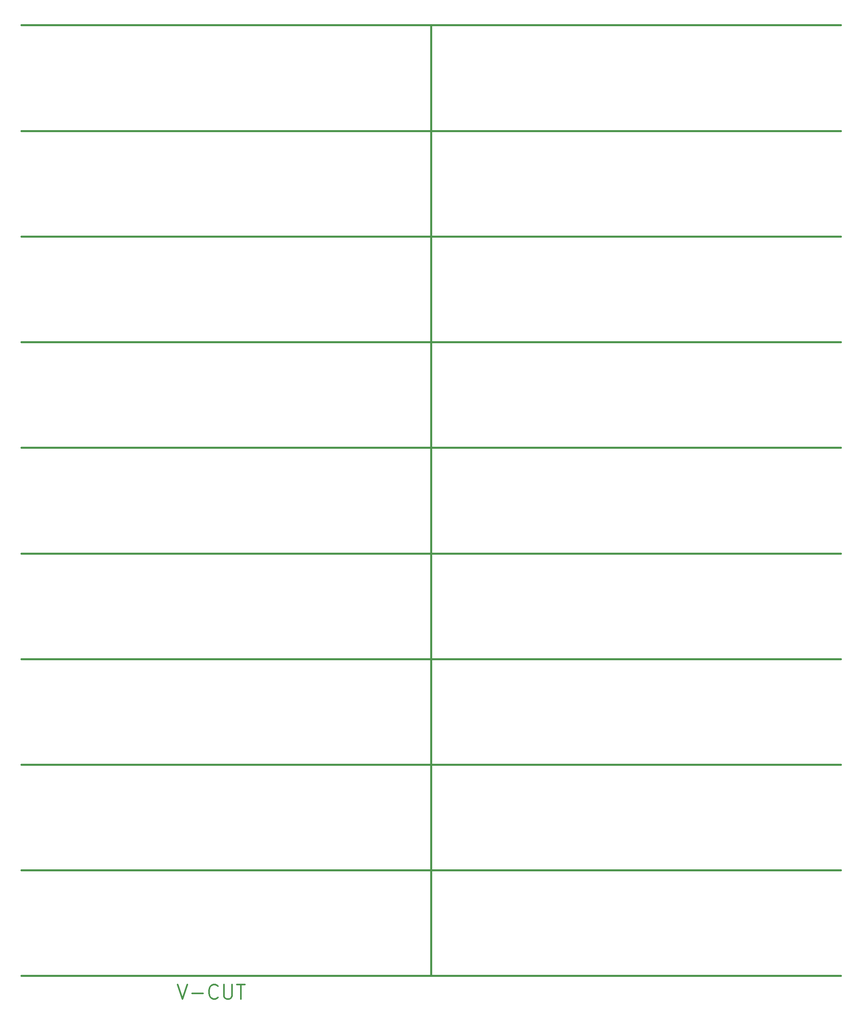
<source format=gbr>
%TF.GenerationSoftware,KiCad,Pcbnew,(5.99.0-11441-g1a5e63bcab)*%
%TF.CreationDate,2022-01-11T09:27:26+01:00*%
%TF.ProjectId,Slider_potentiometer,536c6964-6572-45f7-906f-74656e74696f,V1.1.1.*%
%TF.SameCoordinates,PX5f5e100PYe5d5e40*%
%TF.FileFunction,Other,User*%
%FSLAX46Y46*%
G04 Gerber Fmt 4.6, Leading zero omitted, Abs format (unit mm)*
G04 Created by KiCad (PCBNEW (5.99.0-11441-g1a5e63bcab)) date 2022-01-11 09:27:26*
%MOMM*%
%LPD*%
G01*
G04 APERTURE LIST*
%ADD10C,0.400000*%
%ADD11C,0.300000*%
G04 APERTURE END LIST*
D10*
X0Y-100000D02*
X172200000Y-100000D01*
X0Y199700000D02*
X172200000Y199700000D01*
X0Y177500000D02*
X172200000Y177500000D01*
X0Y155300000D02*
X172200000Y155300000D01*
X0Y133100000D02*
X172200000Y133100000D01*
X0Y110900000D02*
X172200000Y110900000D01*
X0Y88700000D02*
X172200000Y88700000D01*
X0Y66500000D02*
X172200000Y66500000D01*
X0Y44300000D02*
X172200000Y44300000D01*
X0Y22100000D02*
X172200000Y22100000D01*
X86100000Y0D02*
X86100000Y199600000D01*
D11*
X32828571Y-1957142D02*
X33828571Y-4957142D01*
X34828571Y-1957142D01*
X35828571Y-3814285D02*
X38114285Y-3814285D01*
X41257142Y-4671428D02*
X41114285Y-4814285D01*
X40685714Y-4957142D01*
X40400000Y-4957142D01*
X39971428Y-4814285D01*
X39685714Y-4528571D01*
X39542857Y-4242857D01*
X39400000Y-3671428D01*
X39400000Y-3242857D01*
X39542857Y-2671428D01*
X39685714Y-2385714D01*
X39971428Y-2100000D01*
X40400000Y-1957142D01*
X40685714Y-1957142D01*
X41114285Y-2100000D01*
X41257142Y-2242857D01*
X42542857Y-1957142D02*
X42542857Y-4385714D01*
X42685714Y-4671428D01*
X42828571Y-4814285D01*
X43114285Y-4957142D01*
X43685714Y-4957142D01*
X43971428Y-4814285D01*
X44114285Y-4671428D01*
X44257142Y-4385714D01*
X44257142Y-1957142D01*
X45257142Y-1957142D02*
X46971428Y-1957142D01*
X46114285Y-4957142D02*
X46114285Y-1957142D01*
M02*

</source>
